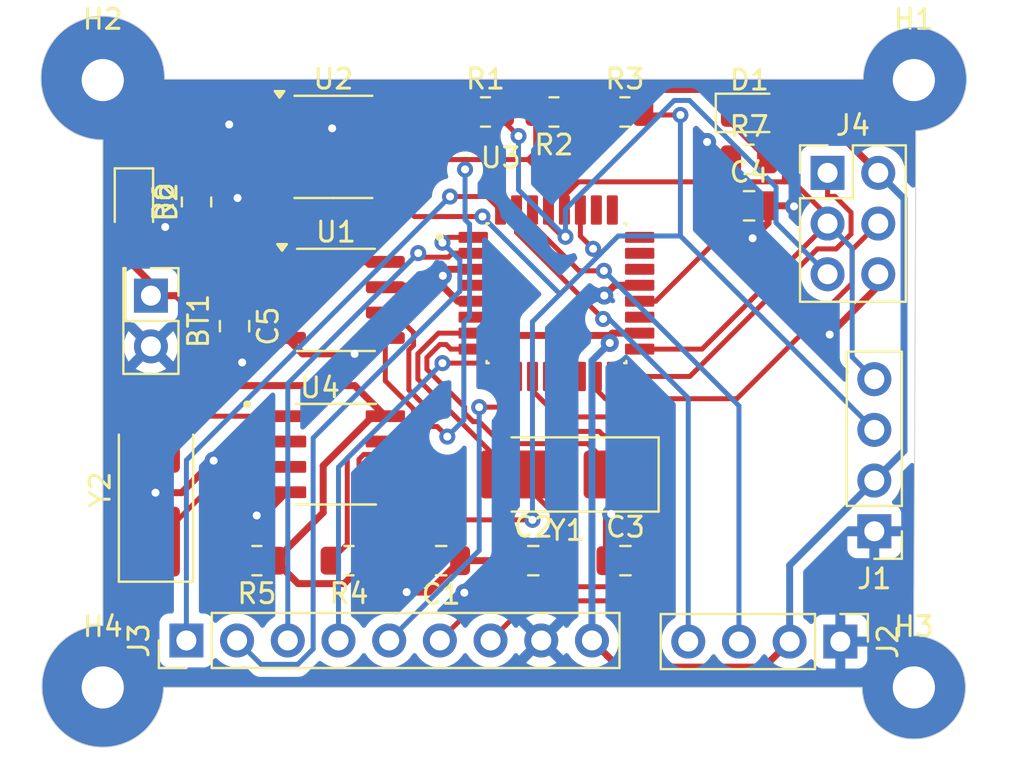
<source format=kicad_pcb>
(kicad_pcb (version 20241229) (generator "pcbnew") (generator_version "9.0")
  (title_block (title "${project_name}") (date "2025-08-28") (comment 1 "2 Layer PCB Version"))
  (layers (0 "F.Cu" mixed) (2 "B.Cu" mixed) (13 "F.Paste" user) (15 "B.Paste" user) (5 "F.SilkS" user "F.Silkscreen") (7 "B.SilkS" user "B.Silkscreen") (1 "F.Mask" user) (3 "B.Mask" user) (25 "Edge.Cuts" user))
  (property "project_name" "MCU Datalogger with Memory and Clock")
  (net 0 "")
  (net 1 "/VCC")
  (net 2 "GND")
  (net 3 "Net-(U3-XTAL1{slash}PB6)")
  (net 4 "Net-(U3-XTAL2{slash}PB7)")
  (net 5 "Net-(U3-AREF)")
  (net 6 "/SCL")
  (net 7 "Net-(D1-K)")
  (net 8 "Net-(D2-K)")
  (net 9 "/SDA")
  (net 10 "/RX")
  (net 11 "/TX")
  (net 12 "/D6")
  (net 13 "/D2")
  (net 14 "/D4")
  (net 15 "/D7")
  (net 16 "/D8")
  (net 17 "/D5")
  (net 18 "/D3")
  (net 19 "/MOSI")
  (net 20 "/RESET")
  (net 21 "/MISO")
  (net 22 "Net-(U4-SQW{slash}~INT)")
  (net 23 "Net-(U4-~{INTA})")
  (net 32 "Net-(U4-X2)")
  (net 33 "Net-(U4-X1)")
  (footprint "Resistor_SMD:R_0805_2012Metric" (layer "F.Cu") (at 134.723 57.15 180)
    (property "Reference" "R5" (at 0 -1.65 0) (layer "F.SilkS"))
    (property "Value" "10k")
    (pad "1" smd roundrect (at -0.9125 0 180) (size 1.025 1.4) (layers "F.Cu" "F.Mask" "F.Paste") (roundrect_rratio 0.243902) (net 1 "/VCC"))
    (pad "2" smd roundrect (at 0.9125 0 180) (size 1.025 1.4) (layers "F.Cu" "F.Mask" "F.Paste") (roundrect_rratio 0.243902) (net 23 "Net-(U4-~{INTA})"))
  )
  (footprint "Resistor_SMD:R_0805_2012Metric" (layer "F.Cu") (at 146.177 34.668)
    (property "Reference" "R1" (at 0 -1.65 0) (layer "F.SilkS"))
    (property "Value" "10K")
    (pad "1" smd roundrect (at -0.9125 0) (size 1.025 1.4) (layers "F.Cu" "F.Mask" "F.Paste") (roundrect_rratio 0.243902) (net 1 "/VCC"))
    (pad "2" smd roundrect (at 0.9125 0) (size 1.025 1.4) (layers "F.Cu" "F.Mask" "F.Paste") (roundrect_rratio 0.243902) (net 20 "/RESET"))
  )
  (footprint "Capacitor_SMD:C_0805_2012Metric" (layer "F.Cu") (at 133.604 45.401 -90)
    (property "Reference" "C5" (at 0 -1.679999 90) (layer "F.SilkS"))
    (property "Value" "100nF")
    (pad "1" smd roundrect (at -0.949999 0 270) (size 1 1.45) (layers "F.Cu" "F.Mask" "F.Paste") (net 1 "/VCC"))
    (pad "2" smd roundrect (at 0.949999 0 270) (size 1 1.45) (layers "F.Cu" "F.Mask" "F.Paste") (net 2 "GND"))
  )
  (footprint "Capacitor_SMD:C_0805_2012Metric" (layer "F.Cu") (at 143.9555 57.15 180)
    (property "Reference" "C1" (at 0 -1.679999 0) (layer "F.SilkS"))
    (property "Value" "0.1uF")
    (pad "1" smd roundrect (at -0.949999 0 180) (size 1 1.45) (layers "F.Cu" "F.Mask" "F.Paste") (net 2 "GND"))
    (pad "2" smd roundrect (at 0.949999 0 180) (size 1 1.45) (layers "F.Cu" "F.Mask" "F.Paste") (net 1 "/VCC"))
  )
  (footprint "Connector_PinHeader_2.54mm:PinHeader_2x03_P2.54mm_Vertical" (layer "F.Cu") (at 163.317 37.719)
    (property "Reference" "J4" (at 1.27 -2.38 0) (layer "F.SilkS"))
    (property "Value" "Conn_02x03_Odd_Even")
    (pad "1" thru_hole rect (at 0 0) (size 1.7 1.7) (drill 1) (layers "*.Cu" "*.Mask") (net 21 "/MISO"))
    (pad "2" thru_hole circle (at 2.54 0) (size 1.7 1.7) (drill 1) (layers "*.Cu" "*.Mask") (net 1 "/VCC"))
    (pad "3" thru_hole circle (at 0 2.54) (size 1.7 1.7) (drill 1) (layers "*.Cu" "*.Mask") (net 6 "/SCL"))
    (pad "4" thru_hole circle (at 2.54 2.54) (size 1.7 1.7) (drill 1) (layers "*.Cu" "*.Mask") (net 19 "/MOSI"))
    (pad "5" thru_hole circle (at 0 5.08) (size 1.7 1.7) (drill 1) (layers "*.Cu" "*.Mask") (net 20 "/RESET"))
    (pad "6" thru_hole circle (at 2.54 5.08) (size 1.7 1.7) (drill 1) (layers "*.Cu" "*.Mask") (net 2 "GND"))
  )
  (footprint "Resistor_SMD:R_0805_2012Metric" (layer "F.Cu") (at 139.3393 57.15 180)
    (property "Reference" "R4" (at 0 -1.65 0) (layer "F.SilkS"))
    (property "Value" "10k")
    (pad "1" smd roundrect (at -0.9125 0 180) (size 1.025 1.4) (layers "F.Cu" "F.Mask" "F.Paste") (roundrect_rratio 0.243902) (net 1 "/VCC"))
    (pad "2" smd roundrect (at 0.9125 0 180) (size 1.025 1.4) (layers "F.Cu" "F.Mask" "F.Paste") (roundrect_rratio 0.243902) (net 22 "Net-(U4-SQW{slash}~INT)"))
  )
  (footprint "Crystal:Crystal_SMD_5032-2Pin_5.0x3.2mm_HandSoldering" (layer "F.Cu") (at 129.667 53.594 90)
    (property "Reference" "Y2" (at 0 -2.8 90) (layer "F.SilkS"))
    (property "Value" "32.768 KHz")
    (pad "1" smd roundrect (at -2.600001 0 90) (size 3.5 2.4) (layers "F.Cu" "F.Mask" "F.Paste") (roundrect_rratio 0.104167) (net 32 "Net-(U4-X2)"))
    (pad "2" smd roundrect (at 2.600001 0 90) (size 3.5 2.4) (layers "F.Cu" "F.Mask" "F.Paste") (roundrect_rratio 0.104167) (net 33 "Net-(U4-X1)"))
  )
  (footprint "MountingHole:MountingHole_2.1mm" (layer "F.Cu") (at 167.64 33.0708)
    (property "Reference" "H1" (at 0 -3.05 0) (layer "F.SilkS"))
    (property "Value" "MountingHole")
    (pad "" np_thru_hole circle (at 0 0) (size 2.1 2.1) (drill 2.1) (layers "*.Cu" "*.Mask"))
  )
  (footprint "Package_SO:SOIC-8_3.9x4.9mm_P1.27mm" (layer "F.Cu") (at 138.684 44.0845)
    (property "Reference" "U1" (at 0 -3.4 0) (layer "F.SilkS"))
    (property "Value" "24LC1025")
    (pad "1" smd roundrect (at -2.475 -1.905) (size 1.95 0.6) (layers "F.Cu" "F.Mask" "F.Paste") (net 1 "/VCC"))
    (pad "2" smd roundrect (at -2.475 -0.635) (size 1.95 0.6) (layers "F.Cu" "F.Mask" "F.Paste") (net 1 "/VCC"))
    (pad "3" smd roundrect (at -2.475 0.635) (size 1.95 0.6) (layers "F.Cu" "F.Mask" "F.Paste") (net 1 "/VCC"))
    (pad "4" smd roundrect (at -2.475 1.905) (size 1.95 0.6) (layers "F.Cu" "F.Mask" "F.Paste") (net 2 "GND"))
    (pad "5" smd roundrect (at 2.475 1.905) (size 1.95 0.6) (layers "F.Cu" "F.Mask" "F.Paste") (net 9 "/SDA"))
    (pad "6" smd roundrect (at 2.475 0.635) (size 1.95 0.6) (layers "F.Cu" "F.Mask" "F.Paste") (net 6 "/SCL"))
    (pad "7" smd roundrect (at 2.475 -0.635) (size 1.95 0.6) (layers "F.Cu" "F.Mask" "F.Paste") (net 2 "GND"))
    (pad "8" smd roundrect (at 2.475 -1.905) (size 1.95 0.6) (layers "F.Cu" "F.Mask" "F.Paste") (net 1 "/VCC"))
  )
  (footprint "Package_SO:SOIC-8_3.9x4.9mm_P1.27mm" (layer "F.Cu") (at 138.557 36.418)
    (property "Reference" "U2" (at 0 -3.4 0) (layer "F.SilkS"))
    (property "Value" "24LC1025")
    (pad "1" smd roundrect (at -2.475 -1.905) (size 1.95 0.6) (layers "F.Cu" "F.Mask" "F.Paste") (net 1 "/VCC"))
    (pad "2" smd roundrect (at -2.475 -0.635) (size 1.95 0.6) (layers "F.Cu" "F.Mask" "F.Paste") (net 2 "GND"))
    (pad "3" smd roundrect (at -2.475 0.635) (size 1.95 0.6) (layers "F.Cu" "F.Mask" "F.Paste") (net 1 "/VCC"))
    (pad "4" smd roundrect (at -2.475 1.905) (size 1.95 0.6) (layers "F.Cu" "F.Mask" "F.Paste") (net 2 "GND"))
    (pad "5" smd roundrect (at 2.475 1.905) (size 1.95 0.6) (layers "F.Cu" "F.Mask" "F.Paste") (net 9 "/SDA"))
    (pad "6" smd roundrect (at 2.475 0.635) (size 1.95 0.6) (layers "F.Cu" "F.Mask" "F.Paste") (net 6 "/SCL"))
    (pad "7" smd roundrect (at 2.475 -0.635) (size 1.95 0.6) (layers "F.Cu" "F.Mask" "F.Paste") (net 2 "GND"))
    (pad "8" smd roundrect (at 2.475 -1.905) (size 1.95 0.6) (layers "F.Cu" "F.Mask" "F.Paste") (net 1 "/VCC"))
  )
  (footprint "MountingHole:MountingHole_2.1mm" (layer "F.Cu") (at 167.64 63.5)
    (property "Reference" "H3" (at 0 -3.05 0) (layer "F.SilkS"))
    (property "Value" "MountingHole")
    (pad "" np_thru_hole circle (at 0 0) (size 2.1 2.1) (drill 2.1) (layers "*.Cu" "*.Mask"))
  )
  (footprint "footprints:QFP80P900X900X120-32N" (layer "F.Cu") (at 149.733 43.75)
    (property "Reference" "U3" (at -2.794999 -6.79 0) (layer "F.SilkS"))
    (property "Value" "ATmega328P")
    (pad "1" smd roundrect (at -4.17 -2.8) (size 1.47 0.55) (layers "F.Cu" "F.Mask" "F.Paste") (roundrect_rratio 0.125) (net 18 "/D3"))
    (pad "2" smd roundrect (at -4.17 -2) (size 1.47 0.55) (layers "F.Cu" "F.Mask" "F.Paste") (roundrect_rratio 0.125) (net 14 "/D4"))
    (pad "3" smd roundrect (at -4.17 -1.2) (size 1.47 0.55) (layers "F.Cu" "F.Mask" "F.Paste") (roundrect_rratio 0.125) (net 2 "GND"))
    (pad "4" smd roundrect (at -4.17 -0.4) (size 1.47 0.55) (layers "F.Cu" "F.Mask" "F.Paste") (roundrect_rratio 0.125) (net 1 "/VCC"))
    (pad "5" smd roundrect (at -4.17 0.4) (size 1.47 0.55) (layers "F.Cu" "F.Mask" "F.Paste") (roundrect_rratio 0.125) (net 2 "GND"))
    (pad "6" smd roundrect (at -4.17 1.2) (size 1.47 0.55) (layers "F.Cu" "F.Mask" "F.Paste") (roundrect_rratio 0.125) (net 1 "/VCC"))
    (pad "7" smd roundrect (at -4.17 2) (size 1.47 0.55) (layers "F.Cu" "F.Mask" "F.Paste") (roundrect_rratio 0.125) (net 3 "Net-(U3-XTAL1{slash}PB6)"))
    (pad "8" smd roundrect (at -4.17 2.8) (size 1.47 0.55) (layers "F.Cu" "F.Mask" "F.Paste") (roundrect_rratio 0.125) (net 4 "Net-(U3-XTAL2{slash}PB7)"))
    (pad "9" smd roundrect (at -2.8 4.17) (size 0.55 1.47) (layers "F.Cu" "F.Mask" "F.Paste") (roundrect_rratio 0.125) (net 17 "/D5"))
    (pad "10" smd roundrect (at -2 4.17) (size 0.55 1.47) (layers "F.Cu" "F.Mask" "F.Paste") (roundrect_rratio 0.125) (net 12 "/D6"))
    (pad "11" smd roundrect (at -1.2 4.17) (size 0.55 1.47) (layers "F.Cu" "F.Mask" "F.Paste") (roundrect_rratio 0.125) (net 15 "/D7"))
    (pad "12" smd roundrect (at -0.4 4.17) (size 0.55 1.47) (layers "F.Cu" "F.Mask" "F.Paste") (roundrect_rratio 0.125) (net 16 "/D8"))
    (pad "13" smd roundrect (at 0.4 4.17) (size 0.55 1.47) (layers "F.Cu" "F.Mask" "F.Paste") (roundrect_rratio 0.125))
    (pad "14" smd roundrect (at 1.2 4.17) (size 0.55 1.47) (layers "F.Cu" "F.Mask" "F.Paste") (roundrect_rratio 0.125))
    (pad "15" smd roundrect (at 2 4.17) (size 0.55 1.47) (layers "F.Cu" "F.Mask" "F.Paste") (roundrect_rratio 0.125) (net 19 "/MOSI"))
    (pad "16" smd roundrect (at 2.8 4.17) (size 0.55 1.47) (layers "F.Cu" "F.Mask" "F.Paste") (roundrect_rratio 0.125) (net 21 "/MISO"))
    (pad "17" smd roundrect (at 4.17 2.8) (size 1.47 0.55) (layers "F.Cu" "F.Mask" "F.Paste") (roundrect_rratio 0.125) (net 6 "/SCL"))
    (pad "18" smd roundrect (at 4.17 2) (size 1.47 0.55) (layers "F.Cu" "F.Mask" "F.Paste") (roundrect_rratio 0.125) (net 1 "/VCC"))
    (pad "19" smd roundrect (at 4.17 1.2) (size 1.47 0.55) (layers "F.Cu" "F.Mask" "F.Paste") (roundrect_rratio 0.125))
    (pad "20" smd roundrect (at 4.17 0.4) (size 1.47 0.55) (layers "F.Cu" "F.Mask" "F.Paste") (roundrect_rratio 0.125) (net 5 "Net-(U3-AREF)"))
    (pad "21" smd roundrect (at 4.17 -0.4) (size 1.47 0.55) (layers "F.Cu" "F.Mask" "F.Paste") (roundrect_rratio 0.125) (net 2 "GND"))
    (pad "22" smd roundrect (at 4.17 -1.2) (size 1.47 0.55) (layers "F.Cu" "F.Mask" "F.Paste") (roundrect_rratio 0.125))
    (pad "23" smd roundrect (at 4.17 -2) (size 1.47 0.55) (layers "F.Cu" "F.Mask" "F.Paste") (roundrect_rratio 0.125))
    (pad "24" smd roundrect (at 4.17 -2.8) (size 1.47 0.55) (layers "F.Cu" "F.Mask" "F.Paste") (roundrect_rratio 0.125))
    (pad "25" smd roundrect (at 2.8 -4.17) (size 0.55 1.47) (layers "F.Cu" "F.Mask" "F.Paste") (roundrect_rratio 0.125))
    (pad "26" smd roundrect (at 2 -4.17) (size 0.55 1.47) (layers "F.Cu" "F.Mask" "F.Paste") (roundrect_rratio 0.125))
    (pad "27" smd roundrect (at 1.2 -4.17) (size 0.55 1.47) (layers "F.Cu" "F.Mask" "F.Paste") (roundrect_rratio 0.125) (net 9 "/SDA"))
    (pad "28" smd roundrect (at 0.4 -4.17) (size 0.55 1.47) (layers "F.Cu" "F.Mask" "F.Paste") (roundrect_rratio 0.125) (net 6 "/SCL"))
    (pad "29" smd roundrect (at -0.4 -4.17) (size 0.55 1.47) (layers "F.Cu" "F.Mask" "F.Paste") (roundrect_rratio 0.125) (net 20 "/RESET"))
    (pad "30" smd roundrect (at -1.2 -4.17) (size 0.55 1.47) (layers "F.Cu" "F.Mask" "F.Paste") (roundrect_rratio 0.125) (net 10 "/RX"))
    (pad "31" smd roundrect (at -2 -4.17) (size 0.55 1.47) (layers "F.Cu" "F.Mask" "F.Paste") (roundrect_rratio 0.125) (net 11 "/TX"))
    (pad "32" smd roundrect (at -2.8 -4.17) (size 0.55 1.47) (layers "F.Cu" "F.Mask" "F.Paste") (roundrect_rratio 0.125) (net 13 "/D2"))
  )
  (footprint "Connector_PinHeader_2.54mm:PinHeader_1x04_P2.54mm_Vertical" (layer "F.Cu") (at 163.957 61.204 -90)
    (property "Reference" "J2" (at 0 -2.38 90) (layer "F.SilkS"))
    (property "Value" "Conn_01x04_Pin")
    (pad "1" thru_hole rect (at 0 0 270) (size 1.7 1.7) (drill 1) (layers "*.Cu" "*.Mask") (net 2 "GND"))
    (pad "2" thru_hole circle (at 0 2.54 270) (size 1.7 1.7) (drill 1) (layers "*.Cu" "*.Mask") (net 1 "/VCC"))
    (pad "3" thru_hole circle (at 0 5.079999 270) (size 1.7 1.7) (drill 1) (layers "*.Cu" "*.Mask") (net 10 "/RX"))
    (pad "4" thru_hole circle (at 0 7.62 270) (size 1.7 1.7) (drill 1) (layers "*.Cu" "*.Mask") (net 11 "/TX"))
  )
  (footprint "MountingHole:MountingHole_2.1mm" (layer "F.Cu") (at 127 63.5)
    (property "Reference" "H4" (at 0 -3.05 0) (layer "F.SilkS"))
    (property "Value" "MountingHole")
    (pad "" np_thru_hole circle (at 0 0) (size 2.1 2.1) (drill 2.1) (layers "*.Cu" "*.Mask"))
  )
  (footprint "LED_SMD:LED_0805_2012Metric" (layer "F.Cu") (at 159.4 34.713)
    (property "Reference" "D1" (at 0 -1.65 0) (layer "F.SilkS"))
    (property "Value" "LED")
    (pad "1" smd roundrect (at -0.937501 0) (size 0.975 1.4) (layers "F.Cu" "F.Mask" "F.Paste") (net 7 "Net-(D1-K)"))
    (pad "2" smd roundrect (at 0.937501 0) (size 0.975 1.4) (layers "F.Cu" "F.Mask" "F.Paste") (net 6 "/SCL"))
  )
  (footprint "Connector_PinHeader_2.54mm:PinHeader_1x04_P2.54mm_Vertical" (layer "F.Cu") (at 165.6588 55.6768 180)
    (property "Reference" "J1" (at 0 -2.38 0) (layer "F.SilkS"))
    (property "Value" "Conn_01x04_Pin")
    (pad "1" thru_hole rect (at 0 0 180) (size 1.7 1.7) (drill 1) (layers "*.Cu" "*.Mask") (net 2 "GND"))
    (pad "2" thru_hole circle (at 0 2.54 180) (size 1.7 1.7) (drill 1) (layers "*.Cu" "*.Mask") (net 1 "/VCC"))
    (pad "3" thru_hole circle (at 0 5.079999 180) (size 1.7 1.7) (drill 1) (layers "*.Cu" "*.Mask") (net 9 "/SDA"))
    (pad "4" thru_hole circle (at 0 7.62 180) (size 1.7 1.7) (drill 1) (layers "*.Cu" "*.Mask") (net 6 "/SCL"))
  )
  (footprint "Capacitor_SMD:C_0805_2012Metric" (layer "F.Cu") (at 153.188 57.15)
    (property "Reference" "C3" (at 0 -1.679999 0) (layer "F.SilkS"))
    (property "Value" "22pF")
    (pad "1" smd roundrect (at -0.949999 0) (size 1 1.45) (layers "F.Cu" "F.Mask" "F.Paste") (net 2 "GND"))
    (pad "2" smd roundrect (at 0.949999 0) (size 1 1.45) (layers "F.Cu" "F.Mask" "F.Paste") (net 4 "Net-(U3-XTAL2{slash}PB7)"))
  )
  (footprint "Connector_PinHeader_2.54mm:PinHeader_1x09_P2.54mm_Vertical" (layer "F.Cu") (at 131.191 61.149 90)
    (property "Reference" "J3" (at 0 -2.38 90) (layer "F.SilkS"))
    (property "Value" "Conn_01x09_Pin")
    (pad "1" thru_hole rect (at 0 0 90) (size 1.7 1.7) (drill 1) (layers "*.Cu" "*.Mask") (net 13 "/D2"))
    (pad "2" thru_hole circle (at 0 2.54 90) (size 1.7 1.7) (drill 1) (layers "*.Cu" "*.Mask") (net 18 "/D3"))
    (pad "3" thru_hole circle (at 0 5.079999 90) (size 1.7 1.7) (drill 1) (layers "*.Cu" "*.Mask") (net 14 "/D4"))
    (pad "4" thru_hole circle (at 0 7.62 90) (size 1.7 1.7) (drill 1) (layers "*.Cu" "*.Mask") (net 17 "/D5"))
    (pad "5" thru_hole circle (at 0 10.16 90) (size 1.7 1.7) (drill 1) (layers "*.Cu" "*.Mask") (net 12 "/D6"))
    (pad "6" thru_hole circle (at 0 12.7 90) (size 1.7 1.7) (drill 1) (layers "*.Cu" "*.Mask") (net 15 "/D7"))
    (pad "7" thru_hole circle (at 0 15.24 90) (size 1.7 1.7) (drill 1) (layers "*.Cu" "*.Mask") (net 16 "/D8"))
    (pad "8" thru_hole circle (at 0 17.780001 90) (size 1.7 1.7) (drill 1) (layers "*.Cu" "*.Mask") (net 2 "GND"))
    (pad "9" thru_hole circle (at 0 20.32 90) (size 1.7 1.7) (drill 1) (layers "*.Cu" "*.Mask") (net 1 "/VCC"))
  )
  (footprint "MountingHole:MountingHole_2.1mm" (layer "F.Cu") (at 127 33.0708)
    (property "Reference" "H2" (at 0 -3.05 0) (layer "F.SilkS"))
    (property "Value" "MountingHole")
    (pad "" np_thru_hole circle (at 0 0) (size 2.1 2.1) (drill 2.1) (layers "*.Cu" "*.Mask"))
  )
  (footprint "Capacitor_SMD:C_0805_2012Metric" (layer "F.Cu") (at 159.385 39.37)
    (property "Reference" "C4" (at 0 -1.679999 0) (layer "F.SilkS"))
    (property "Value" "0.1uF")
    (pad "1" smd roundrect (at -0.949999 0) (size 1 1.45) (layers "F.Cu" "F.Mask" "F.Paste") (net 5 "Net-(U3-AREF)"))
    (pad "2" smd roundrect (at 0.949999 0) (size 1 1.45) (layers "F.Cu" "F.Mask" "F.Paste") (net 2 "GND"))
  )
  (footprint "Resistor_SMD:R_0805_2012Metric" (layer "F.Cu") (at 153.162 34.668)
    (property "Reference" "R3" (at 0 -1.65 0) (layer "F.SilkS"))
    (property "Value" "4.7k")
    (pad "1" smd roundrect (at -0.9125 0) (size 1.025 1.4) (layers "F.Cu" "F.Mask" "F.Paste") (roundrect_rratio 0.243902) (net 1 "/VCC"))
    (pad "2" smd roundrect (at 0.9125 0) (size 1.025 1.4) (layers "F.Cu" "F.Mask" "F.Paste") (roundrect_rratio 0.243902) (net 9 "/SDA"))
  )
  (footprint "Crystal:Crystal_SMD_5032-2Pin_5.0x3.2mm_HandSoldering" (layer "F.Cu") (at 150.243 52.832 180)
    (property "Reference" "Y1" (at 0 -2.8 0) (layer "F.SilkS"))
    (property "Value" "16MHz")
    (pad "1" smd roundrect (at -2.600001 0 180) (size 3.5 2.4) (layers "F.Cu" "F.Mask" "F.Paste") (roundrect_rratio 0.104167) (net 4 "Net-(U3-XTAL2{slash}PB7)"))
    (pad "2" smd roundrect (at 2.600001 0 180) (size 3.5 2.4) (layers "F.Cu" "F.Mask" "F.Paste") (roundrect_rratio 0.104167) (net 3 "Net-(U3-XTAL1{slash}PB6)"))
  )
  (footprint "Resistor_SMD:R_0805_2012Metric" (layer "F.Cu") (at 159.385 37.0415)
    (property "Reference" "R7" (at 0 -1.65 0) (layer "F.SilkS"))
    (property "Value" "330")
    (pad "1" smd roundrect (at -0.9125 0) (size 1.025 1.4) (layers "F.Cu" "F.Mask" "F.Paste") (roundrect_rratio 0.243902) (net 2 "GND"))
    (pad "2" smd roundrect (at 0.9125 0) (size 1.025 1.4) (layers "F.Cu" "F.Mask" "F.Paste") (roundrect_rratio 0.243902) (net 7 "Net-(D1-K)"))
  )
  (footprint "Resistor_SMD:R_0805_2012Metric" (layer "F.Cu") (at 149.606 34.668 180)
    (property "Reference" "R2" (at 0 -1.65 0) (layer "F.SilkS"))
    (property "Value" "4.7k")
    (pad "1" smd roundrect (at -0.9125 0 180) (size 1.025 1.4) (layers "F.Cu" "F.Mask" "F.Paste") (roundrect_rratio 0.243902) (net 1 "/VCC"))
    (pad "2" smd roundrect (at 0.9125 0 180) (size 1.025 1.4) (layers "F.Cu" "F.Mask" "F.Paste") (roundrect_rratio 0.243902) (net 6 "/SCL"))
  )
  (footprint "LED_SMD:LED_0805_2012Metric" (layer "F.Cu") (at 128.562 39.178 -90)
    (property "Reference" "D2" (at 0 -1.65 90) (layer "F.SilkS"))
    (property "Value" "LED")
    (pad "1" smd roundrect (at -0.937501 0 270) (size 0.975 1.4) (layers "F.Cu" "F.Mask" "F.Paste") (net 8 "Net-(D2-K)"))
    (pad "2" smd roundrect (at 0.937501 0 270) (size 0.975 1.4) (layers "F.Cu" "F.Mask" "F.Paste") (net 1 "/VCC"))
  )
  (footprint "footprints:SOIC127P600X175-8N" (layer "F.Cu") (at 138.684 51.816)
    (property "Reference" "U4" (at -0.795 -3.332 0) (layer "F.SilkS"))
    (property "Value" "DS1337S_")
    (pad "1" smd roundrect (at -2.475 -1.905) (size 1.97 0.59) (layers "F.Cu" "F.Mask" "F.Paste") (roundrect_rratio 0.125) (net 33 "Net-(U4-X1)"))
    (pad "2" smd roundrect (at -2.475 -0.635) (size 1.97 0.59) (layers "F.Cu" "F.Mask" "F.Paste") (roundrect_rratio 0.125) (net 32 "Net-(U4-X2)"))
    (pad "3" smd roundrect (at -2.475 0.635) (size 1.97 0.59) (layers "F.Cu" "F.Mask" "F.Paste") (roundrect_rratio 0.125) (net 23 "Net-(U4-~{INTA})"))
    (pad "4" smd roundrect (at -2.475 1.905) (size 1.97 0.59) (layers "F.Cu" "F.Mask" "F.Paste") (roundrect_rratio 0.125) (net 2 "GND"))
    (pad "5" smd roundrect (at 2.475 1.905) (size 1.97 0.59) (layers "F.Cu" "F.Mask" "F.Paste") (roundrect_rratio 0.125) (net 9 "/SDA"))
    (pad "6" smd roundrect (at 2.475 0.635) (size 1.97 0.59) (layers "F.Cu" "F.Mask" "F.Paste") (roundrect_rratio 0.125) (net 6 "/SCL"))
    (pad "7" smd roundrect (at 2.475 -0.635) (size 1.97 0.59) (layers "F.Cu" "F.Mask" "F.Paste") (roundrect_rratio 0.125) (net 22 "Net-(U4-SQW{slash}~INT)"))
    (pad "8" smd roundrect (at 2.475 -1.905) (size 1.97 0.59) (layers "F.Cu" "F.Mask" "F.Paste") (roundrect_rratio 0.125) (net 1 "/VCC"))
  )
  (footprint "Connector_PinHeader_2.54mm:PinHeader_2x01_P2.54mm_Vertical" (layer "F.Cu") (at 129.413 43.872 -90)
    (property "Reference" "BT1" (at 1.27 -2.38 270) (layer "F.SilkS"))
    (property "Value" "Battery")
    (pad "1" thru_hole rect (at 0 0 270) (size 1.7 1.7) (drill 1) (layers "*.Cu" "*.Mask") (net 1 "/VCC"))
    (pad "2" thru_hole circle (at 2.54 0 270) (size 1.7 1.7) (drill 1) (layers "*.Cu" "*.Mask") (net 2 "GND"))
  )
  (footprint "Capacitor_SMD:C_0805_2012Metric" (layer "F.Cu") (at 148.5718 57.15)
    (property "Reference" "C2" (at 0 -1.679999 0) (layer "F.SilkS"))
    (property "Value" "22pF")
    (pad "1" smd roundrect (at -0.949999 0) (size 1 1.45) (layers "F.Cu" "F.Mask" "F.Paste") (net 2 "GND"))
    (pad "2" smd roundrect (at 0.949999 0) (size 1 1.45) (layers "F.Cu" "F.Mask" "F.Paste") (net 3 "Net-(U3-XTAL1{slash}PB6)"))
  )
  (footprint "Resistor_SMD:R_0805_2012Metric" (layer "F.Cu") (at 131.699 39.178 90)
    (property "Reference" "R6" (at 0 -1.65 90) (layer "F.SilkS"))
    (property "Value" "330")
    (pad "1" smd roundrect (at -0.9125 0 90) (size 1.025 1.4) (layers "F.Cu" "F.Mask" "F.Paste") (roundrect_rratio 0.243902) (net 2 "GND"))
    (pad "2" smd roundrect (at 0.9125 0 90) (size 1.025 1.4) (layers "F.Cu" "F.Mask" "F.Paste") (roundrect_rratio 0.243902) (net 8 "Net-(D2-K)"))
  )
  (gr_arc (start 130.048 63.5) (mid 124.826553 65.586725) (end 127 60.400777) (stroke (width 0.05)) (layer "Edge.Cuts"))
  (gr_line (start 130.048 63.499981) (end 165.0492 63.5) (stroke (width 0.05)) (layer "Edge.Cuts"))
  (gr_arc (start 167.64 60.9092) (mid 169.471972 65.331972) (end 165.0492 63.5) (stroke (width 0.05)) (layer "Edge.Cuts"))
  (gr_arc (start 127 36.068) (mid 124.82685 30.760132) (end 130.098384 33.019993) (stroke (width 0.05)) (layer "Edge.Cuts"))
  (gr_line (start 130.098383 33.019993) (end 165.1 33.02) (stroke (width 0.05)) (layer "Edge.Cuts"))
  (gr_arc (start 165.1 33.02) (mid 169.504364 31.169803) (end 167.742605 35.610282) (stroke (width 0.05)) (layer "Edge.Cuts"))
  (gr_line (start 167.64 60.9092) (end 167.742605 35.610282) (stroke (width 0.05)) (layer "Edge.Cuts"))
  (gr_line (start 127 36.068) (end 127 60.400777) (stroke (width 0.05)) (layer "Edge.Cuts"))
  (segment (start 131.2687 44.451) (end 130.6897 43.872) (width 0.35) (layer "F.Cu") (net 1))
  (segment (start 136.7863 58.3008) (end 139.101 58.3008) (width 0.35) (layer "F.Cu") (net 1))
  (segment (start 146.7769 44.95) (end 146.7769 43.7293) (width 0.35) (layer "F.Cu") (net 1))
  (segment (start 141.187 34.668) (end 141.032 34.513) (width 0.35) (layer "F.Cu") (net 1))
  (segment (start 140.2518 57.15) (end 143.0055 57.15) (width 0.35) (layer "F.Cu") (net 1))
  (segment (start 146.434 33.4985) (end 149.349 33.4985) (width 0.35) (layer "F.Cu") (net 1))
  (segment (start 138.8048 42.1795) (end 137.5069 40.8816) (width 0.35) (layer "F.Cu") (net 1))
  (segment (start 136.6363 37.053) (end 137.4845 36.2048) (width 0.35) (layer "F.Cu") (net 1))
  (segment (start 132.4363 46.9068) (end 132.4363 44.451) (width 0.35) (layer "F.Cu") (net 1))
  (segment (start 152.5297 45.75) (end 153.903 45.75) (width 0.35) (layer "F.Cu") (net 1))
  (segment (start 135.9405 43.718) (end 135.9405 44.451) (width 0.35) (layer "F.Cu") (net 1))
  (segment (start 137.5069 40.8816) (end 136.209 42.1795) (width 0.35) (layer "F.Cu") (net 1))
  (segment (start 145.2645 34.668) (end 146.434 33.4985) (width 0.35) (layer "F.Cu") (net 1))
  (segment (start 146.7769 44.95) (end 147.6924 45.8655) (width 0.35) (layer "F.Cu") (net 1))
  (segment (start 133.604 44.451) (end 132.4363 44.451) (width 0.35) (layer "F.Cu") (net 1))
  (segment (start 136.209 43.4495) (end 135.9405 43.718) (width 0.35) (layer "F.Cu") (net 1))
  (segment (start 146.3976 43.35) (end 145.563 43.35) (width 0.35) (layer "F.Cu") (net 1))
  (segment (start 130.0514 43.872) (end 130.6897 43.872) (width 0.35) (layer "F.Cu") (net 1))
  (segment (start 152.4142 45.8655) (end 152.5297 45.75) (width 0.35) (layer "F.Cu") (net 1))
  (segment (start 130.0514 43.872) (end 128.562 42.3826) (width 0.35) (layer "F.Cu") (net 1))
  (segment (start 129.413 43.872) (end 130.0514 43.872) (width 0.35) (layer "F.Cu") (net 1))
  (segment (start 136.4066 37.053) (end 136.6363 37.053) (width 0.35) (layer "F.Cu") (net 1))
  (segment (start 146.7769 43.7293) (end 146.3976 43.35) (width 0.35) (layer "F.Cu") (net 1))
  (segment (start 136.209 42.1795) (end 136.209 43.4495) (width 0.35) (layer "F.Cu") (net 1))
  (segment (start 136.082 37.053) (end 136.4066 37.053) (width 0.35) (layer "F.Cu") (net 1))
  (segment (start 137.407 34.513) (end 136.082 34.513) (width 0.35) (layer "F.Cu") (net 1))
  (segment (start 146.7769 44.95) (end 145.563 44.95) (width 0.35) (layer "F.Cu") (net 1))
  (segment (start 141.159 49.911) (end 139.6261 48.3781) (width 0.35) (layer "F.Cu") (net 1))
  (segment (start 128.562 42.3826) (end 128.562 40.1155) (width 0.35) (layer "F.Cu") (net 1))
  (segment (start 138.9152 34.668) (end 138.8377 34.5905) (width 0.35) (layer "F.Cu") (net 1))
  (segment (start 135.9405 44.451) (end 136.209 44.7195) (width 0.35) (layer "F.Cu") (net 1))
  (segment (start 137.5069 37.9435) (end 137.5069 40.8816) (width 0.35) (layer "F.Cu") (net 1))
  (segment (start 139.6261 48.3781) (end 133.9076 48.3781) (width 0.35) (layer "F.Cu") (net 1))
  (segment (start 138.045 52.3899) (end 140.5239 49.911) (width 0.35) (layer "F.Cu") (net 1))
  (segment (start 133.9076 48.3781) (end 132.4363 46.9068) (width 0.35) (layer "F.Cu") (net 1))
  (segment (start 140.5239 49.911) (end 141.159 49.911) (width 0.35) (layer "F.Cu") (net 1))
  (segment (start 137.4845 34.5905) (end 137.407 34.513) (width 0.35) (layer "F.Cu") (net 1))
  (segment (start 149.349 33.4985) (end 150.5185 34.668) (width 0.35) (layer "F.Cu") (net 1))
  (segment (start 165.857 37.719) (end 161.6783 33.5403) (width 0.35) (layer "F.Cu") (net 1))
  (segment (start 135.6355 57.15) (end 136.7863 58.3008) (width 0.35) (layer "F.Cu") (net 1))
  (segment (start 138.8377 34.5905) (end 137.4845 34.5905) (width 0.35) (layer "F.Cu") (net 1))
  (segment (start 132.4363 44.451) (end 131.2687 44.451) (width 0.35) (layer "F.Cu") (net 1))
  (segment (start 151.6462 33.5403) (end 150.5185 34.668) (width 0.35) (layer "F.Cu") (net 1))
  (segment (start 152.8455 62.4835) (end 151.511 61.149) (width 0.35) (layer "F.Cu") (net 1))
  (segment (start 137.4845 36.2048) (end 137.4845 34.5905) (width 0.35) (layer "F.Cu") (net 1))
  (segment (start 145.2645 34.668) (end 143.2258 34.668) (width 0.35) (layer "F.Cu") (net 1))
  (segment (start 143.2258 34.668) (end 138.9152 34.668) (width 0.35) (layer "F.Cu") (net 1))
  (segment (start 136.6164 37.053) (end 137.5069 37.9435) (width 0.35) (layer "F.Cu") (net 1))
  (segment (start 152.4038 46.2411) (end 152.4038 45.8655) (width 0.35) (layer "F.Cu") (net 1))
  (segment (start 161.417 61.204) (end 160.1375 62.4835) (width 0.35) (layer "F.Cu") (net 1))
  (segment (start 152.2495 34.668) (end 150.5185 34.668) (width 0.35) (layer "F.Cu") (net 1))
  (segment (start 160.1375 62.4835) (end 152.8455 62.4835) (width 0.35) (layer "F.Cu") (net 1))
  (segment (start 141.159 42.1795) (end 138.8048 42.1795) (width 0.35) (layer "F.Cu") (net 1))
  (segment (start 135.9405 44.451) (end 133.604 44.451) (width 0.35) (layer "F.Cu") (net 1))
  (segment (start 147.6924 45.8655) (end 152.4038 45.8655) (width 0.35) (layer "F.Cu") (net 1))
  (segment (start 139.101 58.3008) (end 140.2518 57.15) (width 0.35) (layer "F.Cu") (net 1))
  (segment (start 138.045 54.7405) (end 138.045 52.3899) (width 0.35) (layer "F.Cu") (net 1))
  (segment (start 152.4038 45.8655) (end 152.4142 45.8655) (width 0.35) (layer "F.Cu") (net 1))
  (segment (start 135.6355 57.15) (end 138.045 54.7405) (width 0.35) (layer "F.Cu") (net 1))
  (segment (start 161.6783 33.5403) (end 151.6462 33.5403) (width 0.35) (layer "F.Cu") (net 1))
  (segment (start 143.2258 34.668) (end 141.187 34.668) (width 0.35) (layer "F.Cu") (net 1))
  (segment (start 136.4066 37.053) (end 136.6164 37.053) (width 0.35) (layer "F.Cu") (net 1))
  (via (at 152.4038 46.2411) (size 0.9) (drill 0.4) (layers "F.Cu" "B.Cu") (net 1))
  (segment (start 167.1469 39.0089) (end 167.1469 51.6487) (width 0.35) (layer "B.Cu") (net 1))
  (segment (start 161.417 57.3786) (end 165.6588 53.1368) (width 0.35) (layer "B.Cu") (net 1))
  (segment (start 151.511 47.1339) (end 152.4038 46.2411) (width 0.35) (layer "B.Cu") (net 1))
  (segment (start 151.511 61.149) (end 151.511 47.1339) (width 0.35) (layer "B.Cu") (net 1))
  (segment (start 165.857 37.719) (end 167.1469 39.0089) (width 0.35) (layer "B.Cu") (net 1))
  (segment (start 161.417 61.204) (end 161.417 57.3786) (width 0.35) (layer "B.Cu") (net 1))
  (segment (start 167.1469 51.6487) (end 165.6588 53.1368) (width 0.35) (layer "B.Cu") (net 1))
  (segment (start 131.3581 40.4314) (end 131.699 40.0905) (width 0.35) (layer "F.Cu") (net 2))
  (segment (start 143.3306 58.7249) (end 144.9055 57.15) (width 0.35) (layer "F.Cu") (net 2))
  (segment (start 144.0402 43.4006) (end 144.7896 44.15) (width 0.35) (layer "F.Cu") (net 2))
  (segment (start 144.365 42.55) (end 145.563 42.55) (width 0.35) (layer "F.Cu") (net 2))
  (segment (start 140.7366 35.4876) (end 141.032 35.783) (width 0.35) (layer "F.Cu") (net 2))
  (segment (start 144.0402 42.8748) (end 144.0402 43.4006) (width 0.35) (layer "F.Cu") (net 2))
  (segment (start 161.6356 39.3984) (end 161.6072 39.37) (width 0.35) (layer "F.Cu") (net 2))
  (segment (start 160.334999 40.223401) (end 159.5628 40.9956) (width 0.35) (layer "F.Cu") (net 2))
  (segment (start 152.4761 54.8104) (end 152.238 55.0485) (width 0.35) (layer "F.Cu") (net 2))
  (segment (start 152.238 55.0485) (end 152.238 57.15) (width 0.35) (layer "F.Cu") (net 2))
  (segment (start 160.334999 39.37) (end 160.334999 40.223401) (width 0.35) (layer "F.Cu") (net 2))
  (segment (start 130.950271 53.744001) (end 132.555336 52.138936) (width 0.35) (layer "F.Cu") (net 2))
  (segment (start 158.4725 37.0415) (end 158.153 37.0415) (width 0.35) (layer "F.Cu") (net 2))
  (segment (start 152.6466 43.35) (end 153.903 43.35) (width 0.35) (layer "F.Cu") (net 2))
  (segment (start 141.2079 43.4006) (end 141.159 43.4495) (width 0.35) (layer "F.Cu") (net 2))
  (segment (start 134.7141 54.885) (end 135.045 54.885) (width 0.35) (layer "F.Cu") (net 2))
  (segment (start 158.153 37.0415) (end 157.2813 36.1698) (width 0.35) (layer "F.Cu") (net 2))
  (segment (start 135.4267 38.9783) (end 136.082 38.323) (width 0.35) (layer "F.Cu") (net 2))
  (segment (start 133.604 46.350999) (end 133.604 46.837062) (width 0.35) (layer "F.Cu") (net 2))
  (segment (start 130.1305 40.4314) (end 131.3581 40.4314) (width 0.35) (layer "F.Cu") (net 2))
  (segment (start 133.604 46.837062) (end 133.985269 47.218331) (width 0.35) (layer "F.Cu") (net 2))
  (segment (start 137.0088 46.7893) (end 136.209 45.9895) (width 0.35) (layer "F.Cu") (net 2))
  (segment (start 144.7896 44.15) (end 145.563 44.15) (width 0.35) (layer "F.Cu") (net 2))
  (segment (start 147.6218 57.15) (end 144.9055 57.15) (width 0.35) (layer "F.Cu") (net 2))
  (segment (start 133.604 46.351) (end 135.8475 46.351) (width 0.35) (layer "F.Cu") (net 2))
  (segment (start 144.0402 42.8748) (end 144.365 42.55) (width 0.35) (layer "F.Cu") (net 2))
  (segment (start 152.1284 43.8682) (end 152.6466 43.35) (width 0.35) (layer "F.Cu") (net 2))
  (segment (start 161.6072 39.37) (end 160.335 39.37) (width 0.35) (layer "F.Cu") (net 2))
  (segment (start 129.6416 53.744001) (end 130.950271 53.744001) (width 0.35) (layer "F.Cu") (net 2))
  (segment (start 142.227 58.7249) (end 143.3306 58.7249) (width 0.35) (layer "F.Cu") (net 2))
  (segment (start 135.8475 46.351) (end 136.209 45.9895) (width 0.35) (layer "F.Cu") (net 2))
  (segment (start 165.857 43.3882) (end 163.4236 45.8216) (width 0.35) (layer "F.Cu") (net 2))
  (segment (start 139.6198 46.7893) (end 137.0088 46.7893) (width 0.35) (layer "F.Cu") (net 2))
  (segment (start 135.5944 35.2954) (end 136.082 35.783) (width 0.35) (layer "F.Cu") (net 2))
  (segment (start 135.045 54.885) (end 136.209 53.721) (width 0.35) (layer "F.Cu") (net 2))
  (segment (start 145.116636 58.756636) (end 146.723272 57.15) (width 0.35) (layer "F.Cu") (net 2))
  (segment (start 146.723272 57.15) (end 147.621801 57.15) (width 0.35) (layer "F.Cu") (net 2))
  (segment (start 144.0402 43.4006) (end 141.2079 43.4006) (width 0.35) (layer "F.Cu") (net 2))
  (segment (start 138.4949 35.4876) (end 140.7366 35.4876) (width 0.35) (layer "F.Cu") (net 2))
  (segment (start 133.3365 35.2954) (end 135.5944 35.2954) (width 0.35) (layer "F.Cu") (net 2))
  (segment (start 165.857 42.799) (end 165.857 43.3882) (width 0.35) (layer "F.Cu") (net 2))
  (segment (start 133.7532 38.9783) (end 135.4267 38.9783) (width 0.35) (layer "F.Cu") (net 2))
  (via (at 152.4761 54.8104) (size 0.9) (drill 0.4) (layers "F.Cu" "B.Cu") (net 2))
  (via (at 144.0402 42.8748) (size 0.9) (drill 0.4) (layers "F.Cu" "B.Cu") (net 2))
  (via (at 163.4236 45.8216) (size 0.9) (drill 0.4) (layers "F.Cu" "B.Cu") (net 2))
  (via (at 161.6356 39.3984) (size 0.9) (drill 0.4) (layers "F.Cu" "B.Cu") (net 2))
  (via (at 129.6416 53.744001) (size 0.9) (drill 0.4) (layers "F.Cu" "B.Cu") (net 2))
  (via (at 134.7141 54.885) (size 0.9) (drill 0.4) (layers "F.Cu" "B.Cu") (net 2))
  (via (at 159.5628 40.9956) (size 0.9) (drill 0.4) (layers "F.Cu" "B.Cu") (net 2))
  (via (at 145.116636 58.756636) (size 0.9) (drill 0.4) (layers "F.Cu" "B.Cu") (net 2))
  (via (at 132.555336 52.138936) (size 0.9) (drill 0.4) (layers "F.Cu" "B.Cu") (net 2))
  (via (at 133.3365 35.2954) (size 0.9) (drill 0.4) (layers "F.Cu" "B.Cu") (net 2))
  (via (at 142.227 58.7249) (size 0.9) (drill 0.4) (layers "F.Cu" "B.Cu") (net 2))
  (via (at 133.985269 47.218331) (size 0.9) (drill 0.4) (layers "F.Cu" "B.Cu") (net 2))
  (via (at 130.1305 40.4314) (size 0.9) (drill 0.4) (layers "F.Cu" "B.Cu") (net 2))
  (via (at 139.6198 46.7893) (size 0.9) (drill 0.4) (layers "F.Cu" "B.Cu") (net 2))
  (via (at 138.4949 35.4876) (size 0.9) (drill 0.4) (layers "F.Cu" "B.Cu") (net 2))
  (via (at 157.2813 36.1698) (size 0.9) (drill 0.4) (layers "F.Cu" "B.Cu") (net 2))
  (via (at 133.7532 38.9783) (size 0.9) (drill 0.4) (layers "F.Cu" "B.Cu") (net 2))
  (via (at 152.1284 43.8682) (size 0.9) (drill 0.4) (layers "F.Cu" "B.Cu") (net 2))
  (segment (start 133.985269 47.218331) (end 132.613669 47.218331) (width 0.35) (layer "B.Cu") (net 2))
  (segment (start 148.971001 61.149) (end 146.578637 58.756636) (width 0.35) (layer "B.Cu") (net 2))
  (segment (start 146.578637 58.756636) (end 145.116636 58.756636) (width 0.35) (layer "B.Cu") (net 2))
  (segment (start 131.1656 48.6664) (end 129.0828 48.6664) (width 0.35) (layer "B.Cu") (net 2))
  (segment (start 128.1684 52.270801) (end 129.6416 53.744001) (width 0.35) (layer "B.Cu") (net 2))
  (segment (start 129.0828 48.6664) (end 128.1684 49.5808) (width 0.35) (layer "B.Cu") (net 2))
  (segment (start 128.1684 49.5808) (end 128.1684 52.270801) (width 0.35) (layer "B.Cu") (net 2))
  (segment (start 132.613669 47.218331) (end 131.1656 48.6664) (width 0.35) (layer "B.Cu") (net 2))
  (segment (start 142.7891 48.0519) (end 147.5692 52.832) (width 0.25) (layer "F.Cu") (net 3))
  (segment (start 149.5218 57.15) (end 149.5218 54.7108) (width 0.25) (layer "F.Cu") (net 3))
  (segment (start 142.7891 46.7837) (end 142.7891 48.0519) (width 0.25) (layer "F.Cu") (net 3))
  (segment (start 149.5218 54.7108) (end 147.643 52.832) (width 0.25) (layer "F.Cu") (net 3))
  (segment (start 143.8228 45.75) (end 142.7891 46.7837) (width 0.25) (layer "F.Cu") (net 3))
  (segment (start 147.5692 52.832) (end 147.643 52.832) (width 0.25) (layer "F.Cu") (net 3))
  (segment (start 145.563 45.75) (end 143.8228 45.75) (width 0.25) (layer "F.Cu") (net 3))
  (segment (start 145.1316 49.4514) (end 145.1316 49.7556) (width 0.25) (layer "F.Cu") (net 4))
  (segment (start 143.8901 46.3215) (end 143.2408 46.9708) (width 0.25) (layer "F.Cu") (net 4))
  (segment (start 146.9659 51.2857) (end 151.2967 51.2857) (width 0.25) (layer "F.Cu") (net 4))
  (segment (start 143.2408 47.5606) (end 145.1316 49.4514) (width 0.25) (layer "F.Cu") (net 4))
  (segment (start 145.563 46.55) (end 144.4369 46.55) (width 0.25) (layer "F.Cu") (net 4))
  (segment (start 151.2967 51.2857) (end 152.843 52.832) (width 0.25) (layer "F.Cu") (net 4))
  (segment (start 144.2084 46.3215) (end 143.8901 46.3215) (width 0.25) (layer "F.Cu") (net 4))
  (segment (start 145.1316 49.7556) (end 145.5601 50.1841) (width 0.25) (layer "F.Cu") (net 4))
  (segment (start 143.2408 46.9708) (end 143.2408 47.5606) (width 0.25) (layer "F.Cu") (net 4))
  (segment (start 154.138 54.127) (end 152.843 52.832) (width 0.25) (layer "F.Cu") (net 4))
  (segment (start 145.5601 50.1841) (end 145.8643 50.1841) (width 0.25) (layer "F.Cu") (net 4))
  (segment (start 145.8643 50.1841) (end 146.9659 51.2857) (width 0.25) (layer "F.Cu") (net 4))
  (segment (start 144.4369 46.55) (end 144.2084 46.3215) (width 0.25) (layer "F.Cu") (net 4))
  (segment (start 154.138 57.15) (end 154.138 54.127) (width 0.25) (layer "F.Cu") (net 4))
  (segment (start 158.435 40.4196) (end 154.7046 44.15) (width 0.25) (layer "F.Cu") (net 5))
  (segment (start 158.435 39.37) (end 158.435 40.4196) (width 0.25) (layer "F.Cu") (net 5))
  (segment (start 154.7046 44.15) (end 153.903 44.15) (width 0.25) (layer "F.Cu") (net 5))
  (segment (start 161.154 38.1683) (end 161.6042 38.1683) (width 0.25) (layer "F.Cu") (net 6))
  (segment (start 150.133 39.58) (end 150.133 38.8728) (width 0.25) (layer "F.Cu") (net 6))
  (segment (start 142.237 52.451) (end 143.0256 51.6624) (width 0.25) (layer "F.Cu") (net 6))
  (segment (start 142.5739 46.3601) (end 142.5739 45.7232) (width 0.25) (layer "F.Cu") (net 6))
  (segment (start 145.1529 37.053) (end 141.032 37.053) (width 0.25) (layer "F.Cu") (net 6))
  (segment (start 148.6935 36.6727) (end 148.3132 37.053) (width 0.25) (layer "F.Cu") (net 6))
  (segment (start 161.154 35.5295) (end 161.154 38.1683) (width 0.25) (layer "F.Cu") (net 6))
  (segment (start 143.0256 50.4298) (end 143.0256 49.2784) (width 0.25) (layer "F.Cu") (net 6))
  (segment (start 142.3374 46.5966) (end 142.5739 46.3601) (width 0.25) (layer "F.Cu") (net 6))
  (segment (start 157.026 46.55) (end 153.903 46.55) (width 0.25) (layer "F.Cu") (net 6))
  (segment (start 143.7598 50.4298) (end 144.2634 50.9334) (width 0.25) (layer "F.Cu") (net 6))
  (segment (start 142.3374 48.5902) (end 142.3374 46.5966) (width 0.25) (layer "F.Cu") (net 6))
  (segment (start 143.0256 49.2784) (end 142.3374 48.5902) (width 0.25) (layer "F.Cu") (net 6))
  (segment (start 148.3132 37.053) (end 145.1529 37.053) (width 0.25) (layer "F.Cu") (net 6))
  (segment (start 141.159 52.451) (end 142.237 52.451) (width 0.25) (layer "F.Cu") (net 6))
  (segment (start 145.1529 37.5466) (end 145.1529 37.053) (width 0.25) (layer "F.Cu") (net 6))
  (segment (start 143.0256 50.4298) (end 143.7598 50.4298) (width 0.25) (layer "F.Cu") (net 6))
  (segment (start 141.5702 44.7195) (end 141.159 44.7195) (width 0.25) (layer "F.Cu") (net 6))
  (segment (start 161.154 38.1683) (end 150.8375 38.1683) (width 0.25) (layer "F.Cu") (net 6))
  (segment (start 163.317 39.8811) (end 163.317 40.259) (width 0.25) (layer "F.Cu") (net 6))
  (segment (start 160.3375 34.713) (end 161.154 35.5295) (width 0.25) (layer "F.Cu") (net 6))
  (segment (start 161.6042 38.1683) (end 163.317 39.8811) (width 0.25) (layer "F.Cu") (net 6))
  (segment (start 142.5739 45.7232) (end 141.5702 44.7195) (width 0.25) (layer "F.Cu") (net 6))
  (segment (start 150.133 38.8728) (end 148.3132 37.053) (width 0.25) (layer "F.Cu") (net 6))
  (segment (start 148.6935 34.668) (end 148.6935 36.6727) (width 0.25) (layer "F.Cu") (net 6))
  (segment (start 143.0256 51.6624) (end 143.0256 50.4298) (width 0.25) (layer "F.Cu") (net 6))
  (segment (start 150.8375 38.1683) (end 150.133 38.8728) (width 0.25) (layer "F.Cu") (net 6))
  (segment (start 163.317 40.259) (end 157.026 46.55) (width 0.25) (layer "F.Cu") (net 6))
  (via (at 144.2634 50.9334) (size 0.8) (drill 0.4) (layers "F.Cu" "B.Cu") (net 6))
  (via (at 145.1529 37.5466) (size 0.8) (drill 0.4) (layers "F.Cu" "B.Cu") (net 6))
  (segment (start 145.1529 37.5466) (end 145.1529 40.065) (width 0.25) (layer "B.Cu") (net 6))
  (segment (start 165.6588 48.0568) (end 164.5517 46.9497) (width 0.25) (layer "B.Cu") (net 6))
  (segment (start 145.1529 40.065) (end 145.3792 40.2913) (width 0.25) (layer "B.Cu") (net 6))
  (segment (start 145.0923 45.2026) (end 145.0923 50.1045) (width 0.25) (layer "B.Cu") (net 6))
  (segment (start 145.3792 40.2913) (end 145.3792 44.9157) (width 0.25) (layer "B.Cu") (net 6))
  (segment (start 145.3792 44.9157) (end 145.0923 45.2026) (width 0.25) (layer "B.Cu") (net 6))
  (segment (start 164.5517 41.4937) (end 163.317 40.259) (width 0.25) (layer "B.Cu") (net 6))
  (segment (start 164.5517 46.9497) (end 164.5517 41.4937) (width 0.25) (layer "B.Cu") (net 6))
  (segment (start 145.0923 50.1045) (end 144.2634 50.9334) (width 0.25) (layer "B.Cu") (net 6))
  (segment (start 158.4625 35.2065) (end 160.2975 37.0415) (width 0.25) (layer "F.Cu") (net 7))
  (segment (start 158.4625 34.713) (end 158.4625 35.2065) (width 0.25) (layer "F.Cu") (net 7))
  (segment (start 128.587 38.2655) (end 128.562 38.2405) (width 0.25) (layer "F.Cu") (net 8))
  (segment (start 131.699 38.2655) (end 128.587 38.2655) (width 0.25) (layer "F.Cu") (net 8))
  (segment (start 142.5739 49.556) (end 142.5739 51.4753) (width 0.25) (layer "F.Cu") (net 9))
  (segment (start 150.933 40.8872) (end 151.5688 41.523) (width 0.25) (layer "F.Cu") (net 9))
  (segment (start 141.159 48.1411) (end 142.5739 49.556) (width 0.25) (layer "F.Cu") (net 9))
  (segment (start 140.6653 53.721) (end 141.159 53.721) (width 0.25) (layer "F.Cu") (net 9))
  (segment (start 154.2251 34.8186) (end 155.9432 34.8186) (width 0.25) (layer "F.Cu") (net 9))
  (segment (start 142.2202 51.829) (end 140.0802 51.829) (width 0.25) (layer "F.Cu") (net 9))
  (segment (start 139.8401 52.0691) (end 139.8401 52.8958) (width 0.25) (layer "F.Cu") (net 9))
  (segment (start 140.0802 51.829) (end 139.8401 52.0691) (width 0.25) (layer "F.Cu") (net 9))
  (segment (start 141.159 45.9895) (end 141.159 48.1411) (width 0.25) (layer "F.Cu") (net 9))
  (segment (start 154.0745 34.668) (end 154.2251 34.8186) (width 0.25) (layer "F.Cu") (net 9))
  (segment (start 146.0246 39.9091) (end 142.6181 39.9091) (width 0.25) (layer "F.Cu") (net 9))
  (segment (start 150.933 39.58) (end 150.933 40.8872) (width 0.25) (layer "F.Cu") (net 9))
  (segment (start 141.159 53.721) (end 142.5432 55.1052) (width 0.25) (layer "F.Cu") (net 9))
  (segment (start 142.6181 39.9091) (end 141.032 38.323) (width 0.25) (layer "F.Cu") (net 9))
  (segment (start 139.8401 52.8958) (end 140.6653 53.721) (width 0.25) (layer "F.Cu") (net 9))
  (segment (start 142.5739 51.4753) (end 142.2202 51.829) (width 0.25) (layer "F.Cu") (net 9))
  (segment (start 142.5432 55.1052) (end 148.5306 55.1052) (width 0.25) (layer "F.Cu") (net 9))
  (via (at 146.0246 39.9091) (size 0.8) (drill 0.4) (layers "F.Cu" "B.Cu") (net 9))
  (via (at 148.5306 55.1052) (size 0.8) (drill 0.4) (layers "F.Cu" "B.Cu") (net 9))
  (via (at 155.9432 34.8186) (size 0.8) (drill 0.4) (layers "F.Cu" "B.Cu") (net 9))
  (via (at 151.5688 41.523) (size 0.8) (drill 0.4) (layers "F.Cu" "B.Cu") (net 9))
  (segment (start 165.6588 50.5968) (end 155.9432 40.8812) (width 0.25) (layer "B.Cu") (net 9))
  (segment (start 148.5306 55.1052) (end 148.5306 45.1778) (width 0.25) (layer "B.Cu") (net 9))
  (segment (start 151.5688 41.523) (end 151.8771 41.8313) (width 0.25) (layer "B.Cu") (net 9))
  (segment (start 148.5306 45.1778) (end 149.912 43.7964) (width 0.25) (layer "B.Cu") (net 9))
  (segment (start 155.9432 40.8812) (end 155.9432 34.8186) (width 0.25) (layer "B.Cu") (net 9))
  (segment (start 149.912 43.7964) (end 146.0246 39.9091) (width 0.25) (layer "B.Cu") (net 9))
  (segment (start 151.8771 41.8313) (end 152.8272 40.8812) (width 0.25) (layer "B.Cu") (net 9))
  (segment (start 152.8272 40.8812) (end 155.9432 40.8812) (width 0.25) (layer "B.Cu") (net 9))
  (segment (start 149.912 43.7964) (end 151.8771 41.8313) (width 0.25) (layer "B.Cu") (net 9))
  (segment (start 148.533 39.58) (end 148.533 40.2984) (width 0.25) (layer "F.Cu") (net 10))
  (segment (start 150.8609 42.6263) (end 152.11 42.6263) (width 0.25) (layer "F.Cu") (net 10))
  (segment (start 148.533 40.2984) (end 150.8609 42.6263) (width 0.25) (layer "F.Cu") (net 10))
  (via (at 152.11 42.6263) (size 0.8) (drill 0.4) (layers "F.Cu" "B.Cu") (net 10))
  (segment (start 158.877 49.3933) (end 158.877 61.204) (width 0.25) (layer "B.Cu") (net 10))
  (segment (start 152.11 42.6263) (end 158.877 49.3933) (width 0.25) (layer "B.Cu") (net 10))
  (segment (start 147.733 39.58) (end 147.733 40.7001) (width 0.25) (layer "F.Cu") (net 11))
  (segment (start 147.733 40.7001) (end 152.0717 45.0388) (width 0.25) (layer "F.Cu") (net 11))
  (via (at 152.0717 45.0388) (size 0.8) (drill 0.4) (layers "F.Cu" "B.Cu") (net 11))
  (segment (start 156.337 49.0051) (end 152.3707 45.0388) (width 0.25) (layer "B.Cu") (net 11))
  (segment (start 152.3707 45.0388) (end 152.0717 45.0388) (width 0.25) (layer "B.Cu") (net 11))
  (segment (start 156.337 61.204) (end 156.337 49.0051) (width 0.25) (layer "B.Cu") (net 11))
  (segment (start 147.733 47.92) (end 147.733 48.5828) (width 0.25) (layer "F.Cu") (net 12))
  (segment (start 146.8584 49.4574) (end 145.861 49.4574) (width 0.25) (layer "F.Cu") (net 12))
  (segment (start 147.733 48.5828) (end 146.8584 49.4574) (width 0.25) (layer "F.Cu") (net 12))
  (via (at 145.861 49.4574) (size 0.8) (drill 0.4) (layers "F.Cu" "B.Cu") (net 12))
  (segment (start 145.861 56.639) (end 141.351 61.149) (width 0.25) (layer "B.Cu") (net 12))
  (segment (start 145.861 49.4574) (end 145.861 56.639) (width 0.25) (layer "B.Cu") (net 12))
  (segment (start 146.933 39.58) (end 146.2588 38.9058) (width 0.25) (layer "F.Cu") (net 13))
  (segment (start 146.2588 38.9058) (end 144.4004 38.9058) (width 0.25) (layer "F.Cu") (net 13))
  (via (at 144.4004 38.9058) (size 0.8) (drill 0.4) (layers "F.Cu" "B.Cu") (net 13))
  (segment (start 144.4004 38.9058) (end 131.191 52.1152) (width 0.25) (layer "B.Cu") (net 13))
  (segment (start 131.191 52.1152) (end 131.191 61.149) (width 0.25) (layer "B.Cu") (net 13))
  (segment (start 143.0107 41.944) (end 144.3209 41.944) (width 0.25) (layer "F.Cu") (net 14))
  (segment (start 144.525 41.7399) (end 145.5529 41.7399) (width 0.25) (layer "F.Cu") (net 14))
  (segment (start 142.8066 41.7399) (end 143.0107 41.944) (width 0.25) (layer "F.Cu") (net 14))
  (segment (start 144.3209 41.944) (end 144.525 41.7399) (width 0.25) (layer "F.Cu") (net 14))
  (segment (start 145.5529 41.7399) (end 145.563 41.75) (width 0.25) (layer "F.Cu") (net 14))
  (via (at 142.8066 41.7399) (size 0.8) (drill 0.4) (layers "F.Cu" "B.Cu") (net 14))
  (segment (start 136.271 48.2755) (end 136.271 61.149) (width 0.25) (layer "B.Cu") (net 14))
  (segment (start 142.8066 41.7399) (end 136.271 48.2755) (width 0.25) (layer "B.Cu") (net 14))
  (segment (start 143.891 61.149) (end 146.5832 58.4568) (width 0.25) (layer "F.Cu") (net 15))
  (segment (start 151.8793 50.6748) (end 150.5767 50.6748) (width 0.25) (layer "F.Cu") (net 15))
  (segment (start 155.0244 57.858) (end 155.0244 51.668) (width 0.25) (layer "F.Cu") (net 15))
  (segment (start 146.5832 58.4568) (end 154.4256 58.4568) (width 0.25) (layer "F.Cu") (net 15))
  (segment (start 152.0887 50.8842) (end 151.8793 50.6748) (width 0.25) (layer "F.Cu") (net 15))
  (segment (start 150.5767 50.6748) (end 148.533 48.6311) (width 0.25) (layer "F.Cu") (net 15))
  (segment (start 154.4256 58.4568) (end 155.0244 57.858) (width 0.25) (layer "F.Cu") (net 15))
  (segment (start 154.2406 50.8842) (end 152.0887 50.8842) (width 0.25) (layer "F.Cu") (net 15))
  (segment (start 148.533 48.6311) (end 148.533 47.92) (width 0.25) (layer "F.Cu") (net 15))
  (segment (start 155.0244 51.668) (end 154.2406 50.8842) (width 0.25) (layer "F.Cu") (net 15))
  (segment (start 153.0704 59.163) (end 153.2575 58.9759) (width 0.25) (layer "F.Cu") (net 16))
  (segment (start 148.417 59.163) (end 153.0704 59.163) (width 0.25) (layer "F.Cu") (net 16))
  (segment (start 155.4761 51.4809) (end 155.4761 58.0452) (width 0.25) (layer "F.Cu") (net 16))
  (segment (start 149.333 48.5643) (end 150.7159 49.9472) (width 0.25) (layer "F.Cu") (net 16))
  (segment (start 150.7159 49.9472) (end 153.9424 49.9472) (width 0.25) (layer "F.Cu") (net 16))
  (segment (start 153.9424 49.9472) (end 155.4761 51.4809) (width 0.25) (layer "F.Cu") (net 16))
  (segment (start 153.0704 59.163) (end 153.2575 58.9759) (width 0.25) (layer "F.Cu") (net 16))
  (segment (start 149.333 47.92) (end 149.333 48.5643) (width 0.25) (layer "F.Cu") (net 16))
  (segment (start 154.5454 58.9759) (end 153.2575 58.9759) (width 0.25) (layer "F.Cu") (net 16))
  (segment (start 155.4761 58.0452) (end 154.5454 58.9759) (width 0.25) (layer "F.Cu") (net 16))
  (segment (start 146.431 61.149) (end 148.417 59.163) (width 0.25) (layer "F.Cu") (net 16))
  (segment (start 146.265 47.252) (end 144.0199 47.252) (width 0.25) (layer "F.Cu") (net 17))
  (segment (start 146.933 47.92) (end 146.265 47.252) (width 0.25) (layer "F.Cu") (net 17))
  (via (at 144.0199 47.252) (size 0.8) (drill 0.4) (layers "F.Cu" "B.Cu") (net 17))
  (segment (start 144.0199 47.252) (end 138.811 52.4609) (width 0.25) (layer "B.Cu") (net 17))
  (segment (start 138.811 52.4609) (end 138.811 61.149) (width 0.25) (layer "B.Cu") (net 17))
  (segment (start 144.0199 41.2173) (end 144.2872 40.95) (width 0.25) (layer "F.Cu") (net 18))
  (segment (start 144.2872 40.95) (end 145.563 40.95) (width 0.25) (layer "F.Cu") (net 18))
  (via (at 144.0199 41.2173) (size 0.8) (drill 0.4) (layers "F.Cu" "B.Cu") (net 18))
  (segment (start 133.731 61.149) (end 134.9284 62.3464) (width 0.25) (layer "B.Cu") (net 18))
  (segment (start 136.7703 62.3464) (end 137.541 61.5757) (width 0.25) (layer "B.Cu") (net 18))
  (segment (start 144.8926 43.6506) (end 144.8926 42.09) (width 0.25) (layer "B.Cu") (net 18))
  (segment (start 134.9284 62.3464) (end 136.7703 62.3464) (width 0.25) (layer "B.Cu") (net 18))
  (segment (start 144.8926 42.09) (end 144.0199 41.2173) (width 0.25) (layer "B.Cu") (net 18))
  (segment (start 137.541 61.5757) (end 137.541 51.0022) (width 0.25) (layer "B.Cu") (net 18))
  (segment (start 137.541 51.0022) (end 144.8926 43.6506) (width 0.25) (layer "B.Cu") (net 18))
  (segment (start 152.1857 49.0355) (end 158.7716 49.0355) (width 0.25) (layer "F.Cu") (net 19))
  (segment (start 164.5471 41.5689) (end 165.857 40.259) (width 0.25) (layer "F.Cu") (net 19))
  (segment (start 151.733 48.5828) (end 152.1857 49.0355) (width 0.25) (layer "F.Cu") (net 19))
  (segment (start 151.733 47.92) (end 151.733 48.5828) (width 0.25) (layer "F.Cu") (net 19))
  (segment (start 164.5471 43.26) (end 164.5471 41.5689) (width 0.25) (layer "F.Cu") (net 19))
  (segment (start 158.7716 49.0355) (end 164.5471 43.26) (width 0.25) (layer "F.Cu") (net 19))
  (segment (start 147.0895 35.1328) (end 147.8312 35.8745) (width 0.25) (layer "F.Cu") (net 20))
  (segment (start 149.333 40.2158) (end 150.0394 40.9222) (width 0.25) (layer "F.Cu") (net 20))
  (segment (start 150.0394 40.9222) (end 150.1844 40.9222) (width 0.25) (layer "F.Cu") (net 20))
  (segment (start 147.0895 34.668) (end 147.0895 35.1328) (width 0.25) (layer "F.Cu") (net 20))
  (segment (start 149.333 39.58) (end 149.333 40.2158) (width 0.25) (layer "F.Cu") (net 20))
  (via (at 150.1844 40.9222) (size 0.8) (drill 0.4) (layers "F.Cu" "B.Cu") (net 20))
  (via (at 147.8312 35.8745) (size 0.8) (drill 0.4) (layers "F.Cu" "B.Cu") (net 20))
  (segment (start 160.7371 40.2191) (end 163.317 42.799) (width 0.25) (layer "B.Cu") (net 20))
  (segment (start 147.8312 38.569) (end 147.8312 35.8745) (width 0.25) (layer "B.Cu") (net 20))
  (segment (start 156.3975 34.0903) (end 160.7371 38.4299) (width 0.25) (layer "B.Cu") (net 20))
  (segment (start 160.7371 38.4299) (end 160.7371 40.2191) (width 0.25) (layer "B.Cu") (net 20))
  (segment (start 150.1844 40.9222) (end 147.8312 38.569) (width 0.25) (layer "B.Cu") (net 20))
  (segment (start 155.6371 34.0903) (end 156.3975 34.0903) (width 0.25) (layer "B.Cu") (net 20))
  (segment (start 150.1844 39.543) (end 155.6371 34.0903) (width 0.25) (layer "B.Cu") (net 20))
  (segment (start 150.1844 40.9222) (end 150.1844 39.543) (width 0.25) (layer "B.Cu") (net 20))
  (segment (start 163.317 37.719) (end 163.317 38.8957) (width 0.25) (layer "F.Cu") (net 21))
  (segment (start 156.4134 47.92) (end 162.8044 41.529) (width 0.25) (layer "F.Cu") (net 21))
  (segment (start 164.4937 40.7832) (end 164.4937 39.7046) (width 0.25) (layer "F.Cu") (net 21))
  (segment (start 164.4937 39.7046) (end 163.6848 38.8957) (width 0.25) (layer "F.Cu") (net 21))
  (segment (start 162.8044 41.529) (end 163.7479 41.529) (width 0.25) (layer "F.Cu") (net 21))
  (segment (start 163.6848 38.8957) (end 163.317 38.8957) (width 0.25) (layer "F.Cu") (net 21))
  (segment (start 152.533 47.92) (end 156.4134 47.92) (width 0.25) (layer "F.Cu") (net 21))
  (segment (start 163.7479 41.529) (end 164.4937 40.7832) (width 0.25) (layer "F.Cu") (net 21))
  (segment (start 141.159 51.181) (end 140.0864 51.181) (width 0.25) (layer "F.Cu") (net 22))
  (segment (start 139.2523 56.3245) (end 138.4268 57.15) (width 0.25) (layer "F.Cu") (net 22))
  (segment (start 140.0864 51.181) (end 139.2523 52.0151) (width 0.25) (layer "F.Cu") (net 22))
  (segment (start 139.2523 52.0151) (end 139.2523 56.3245) (width 0.25) (layer "F.Cu") (net 22))
  (segment (start 133.8105 54.2994) (end 135.6589 52.451) (width 0.25) (layer "F.Cu") (net 23))
  (segment (start 133.8105 57.15) (end 133.8105 54.2994) (width 0.25) (layer "F.Cu") (net 23))
  (segment (start 135.6589 52.451) (end 136.209 52.451) (width 0.25) (layer "F.Cu") (net 23))
  (segment (start 134.68 51.181) (end 129.667 56.194) (width 0.25) (layer "F.Cu") (net 32))
  (segment (start 136.209 51.181) (end 134.68 51.181) (width 0.25) (layer "F.Cu") (net 32))
  (segment (start 130.75 49.911) (end 136.209 49.911) (width 0.25) (layer "F.Cu") (net 33))
  (segment (start 129.667 50.994) (end 130.75 49.911) (width 0.25) (layer "F.Cu") (net 33))
  (zone (net 2) (net_name "GND") (layer "B.Cu") (connect_pads (clearance 0.5)) (min_thickness 0.25) (fill yes (thermal_gap 0.5) (thermal_bridge_width 0.5))
    (polygon (pts (xy 123.19 29.0576) (xy 170.8912 29.0576) (xy 170.7896 66.7004) (xy 122.7328 67.0052)))
  )
)
</source>
